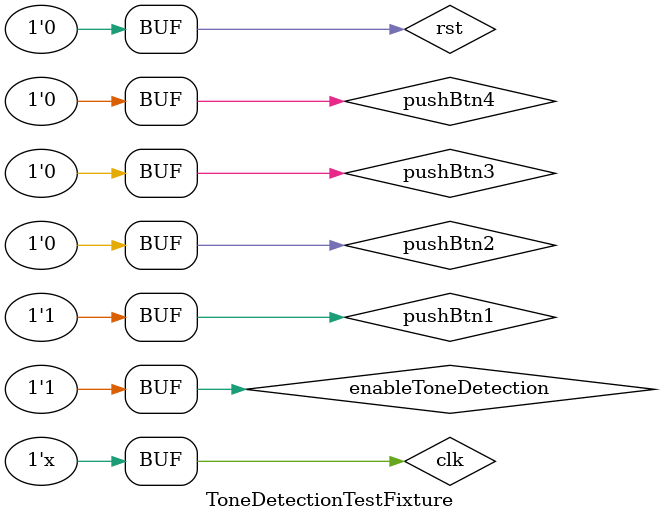
<source format=v>
`timescale 1ns / 1ps

module ToneDetectionTestFixture;

	// Inputs
	reg clk;
	reg rst;
	reg enableToneDetection;
	reg pushBtn1;
	reg pushBtn2;
	reg pushBtn3;
	reg pushBtn4;

	// Outputs
	wire [2:0] toneDir;

	// Instantiate the Unit Under Test (UUT)
	ToneDetection uut (
		.clk(clk), 
		.rst(rst), 
		.enableToneDetection(enableToneDetection), 
		.pushBtn1(pushBtn1), 
		.pushBtn2(pushBtn2), 
		.pushBtn3(pushBtn3), 
		.pushBtn4(pushBtn4), 
		.toneDir(toneDir)
	);

	initial begin
		// Initialize Inputs
		clk = 0;
		rst = 0;
		enableToneDetection = 0;
		pushBtn1 = 0;
		pushBtn2 = 0;
		pushBtn3 = 0;
		pushBtn4 = 0;

		// Wait 100 ns for global reset to finish
		#100;
        
		// Add stimulus here
		
	end
   always begin
		#2000000000 enableToneDetection = 1;
	end
	always begin
		#2000000000 pushBtn1 = 1;
	end
	 
	always begin
		#20 clk = ~clk;
	end
endmodule


</source>
